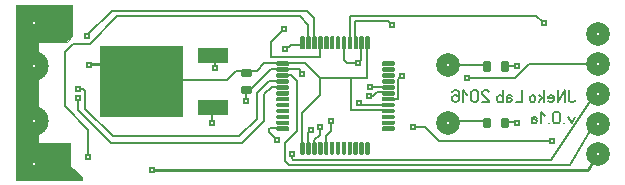
<source format=gbr>
%FSLAX32Y32*%
%MOMM*%
%LNKUPFERSEITE2*%
G71*
G01*
%ADD10C, 2.70*%
%ADD11C, 2.50*%
%ADD12C, 2.00*%
%ADD13C, 0.62*%
%ADD14C, 0.25*%
%ADD15C, 0.00*%
%ADD16C, 0.20*%
%ADD17C, 2.00*%
%ADD18C, 0.17*%
%ADD19C, 0.05*%
%ADD20C, 0.30*%
%LPD*%
X159Y1341D02*
G54D10*
D03*
X159Y151D02*
G54D10*
D03*
X159Y976D02*
G54D11*
D03*
X159Y516D02*
G54D11*
D03*
X4937Y1246D02*
G54D12*
D03*
X4937Y992D02*
G54D12*
D03*
X4937Y738D02*
G54D12*
D03*
X4937Y484D02*
G54D12*
D03*
X532Y786D02*
G54D13*
D03*
X532Y706D02*
G54D13*
D03*
X611Y1230D02*
G54D13*
D03*
X619Y206D02*
G54D13*
D03*
X1159Y94D02*
G54D13*
D03*
G54D14*
X1151Y95D02*
X4850Y95D01*
G54D14*
X4850Y95D02*
X4937Y246D01*
G36*
X2990Y253D02*
X2970Y253D01*
X2970Y303D01*
X2990Y303D01*
X2990Y253D01*
G37*
G36*
X2990Y1153D02*
X2970Y1153D01*
X2970Y1203D01*
X2990Y1203D01*
X2990Y1153D01*
G37*
G36*
X2940Y253D02*
X2920Y253D01*
X2920Y303D01*
X2940Y303D01*
X2940Y253D01*
G37*
G36*
X2940Y1153D02*
X2920Y1153D01*
X2920Y1203D01*
X2940Y1203D01*
X2940Y1153D01*
G37*
G36*
X2890Y253D02*
X2870Y253D01*
X2870Y303D01*
X2890Y303D01*
X2890Y253D01*
G37*
G36*
X2890Y1153D02*
X2870Y1153D01*
X2870Y1203D01*
X2890Y1203D01*
X2890Y1153D01*
G37*
G36*
X2840Y253D02*
X2820Y253D01*
X2820Y303D01*
X2840Y303D01*
X2840Y253D01*
G37*
G36*
X2840Y1153D02*
X2820Y1153D01*
X2820Y1203D01*
X2840Y1203D01*
X2840Y1153D01*
G37*
G36*
X2790Y253D02*
X2770Y253D01*
X2770Y303D01*
X2790Y303D01*
X2790Y253D01*
G37*
G36*
X2790Y1153D02*
X2770Y1153D01*
X2770Y1203D01*
X2790Y1203D01*
X2790Y1153D01*
G37*
G36*
X2740Y253D02*
X2720Y253D01*
X2720Y303D01*
X2740Y303D01*
X2740Y253D01*
G37*
G36*
X2740Y1153D02*
X2720Y1153D01*
X2720Y1203D01*
X2740Y1203D01*
X2740Y1153D01*
G37*
G36*
X2690Y253D02*
X2670Y253D01*
X2670Y303D01*
X2690Y303D01*
X2690Y253D01*
G37*
G36*
X2690Y1153D02*
X2670Y1153D01*
X2670Y1203D01*
X2690Y1203D01*
X2690Y1153D01*
G37*
G36*
X2640Y253D02*
X2620Y253D01*
X2620Y303D01*
X2640Y303D01*
X2640Y253D01*
G37*
G36*
X2640Y1153D02*
X2620Y1153D01*
X2620Y1203D01*
X2640Y1203D01*
X2640Y1153D01*
G37*
G36*
X2590Y253D02*
X2570Y253D01*
X2570Y303D01*
X2590Y303D01*
X2590Y253D01*
G37*
G36*
X2590Y1153D02*
X2570Y1153D01*
X2570Y1203D01*
X2590Y1203D01*
X2590Y1153D01*
G37*
G36*
X2540Y253D02*
X2520Y253D01*
X2520Y303D01*
X2540Y303D01*
X2540Y253D01*
G37*
G36*
X2540Y1153D02*
X2520Y1153D01*
X2520Y1203D01*
X2540Y1203D01*
X2540Y1153D01*
G37*
G36*
X2490Y253D02*
X2470Y253D01*
X2470Y303D01*
X2490Y303D01*
X2490Y253D01*
G37*
G36*
X2490Y1153D02*
X2470Y1153D01*
X2470Y1203D01*
X2490Y1203D01*
X2490Y1153D01*
G37*
G36*
X2440Y253D02*
X2420Y253D01*
X2420Y303D01*
X2440Y303D01*
X2440Y253D01*
G37*
G36*
X2440Y1153D02*
X2420Y1153D01*
X2420Y1203D01*
X2440Y1203D01*
X2440Y1153D01*
G37*
G36*
X3180Y463D02*
X3180Y443D01*
X3130Y443D01*
X3130Y463D01*
X3180Y463D01*
G37*
G36*
X2280Y463D02*
X2280Y443D01*
X2230Y443D01*
X2230Y463D01*
X2280Y463D01*
G37*
G36*
X3180Y513D02*
X3180Y493D01*
X3130Y493D01*
X3130Y513D01*
X3180Y513D01*
G37*
G36*
X2280Y513D02*
X2280Y493D01*
X2230Y493D01*
X2230Y513D01*
X2280Y513D01*
G37*
G36*
X3180Y563D02*
X3180Y543D01*
X3130Y543D01*
X3130Y563D01*
X3180Y563D01*
G37*
G36*
X2280Y563D02*
X2280Y543D01*
X2230Y543D01*
X2230Y563D01*
X2280Y563D01*
G37*
G36*
X3180Y613D02*
X3180Y593D01*
X3130Y593D01*
X3130Y613D01*
X3180Y613D01*
G37*
G36*
X2280Y613D02*
X2280Y593D01*
X2230Y593D01*
X2230Y613D01*
X2280Y613D01*
G37*
G36*
X3180Y663D02*
X3180Y643D01*
X3130Y643D01*
X3130Y663D01*
X3180Y663D01*
G37*
G36*
X2280Y663D02*
X2280Y643D01*
X2230Y643D01*
X2230Y663D01*
X2280Y663D01*
G37*
G36*
X3180Y713D02*
X3180Y693D01*
X3130Y693D01*
X3130Y713D01*
X3180Y713D01*
G37*
G36*
X2280Y713D02*
X2280Y693D01*
X2230Y693D01*
X2230Y713D01*
X2280Y713D01*
G37*
G36*
X3180Y763D02*
X3180Y743D01*
X3130Y743D01*
X3130Y763D01*
X3180Y763D01*
G37*
G36*
X2280Y763D02*
X2280Y743D01*
X2230Y743D01*
X2230Y763D01*
X2280Y763D01*
G37*
G36*
X3180Y813D02*
X3180Y793D01*
X3130Y793D01*
X3130Y813D01*
X3180Y813D01*
G37*
G36*
X2280Y813D02*
X2280Y793D01*
X2230Y793D01*
X2230Y813D01*
X2280Y813D01*
G37*
G36*
X3180Y863D02*
X3180Y843D01*
X3130Y843D01*
X3130Y863D01*
X3180Y863D01*
G37*
G36*
X2280Y863D02*
X2280Y843D01*
X2230Y843D01*
X2230Y863D01*
X2280Y863D01*
G37*
G36*
X3180Y913D02*
X3180Y893D01*
X3130Y893D01*
X3130Y913D01*
X3180Y913D01*
G37*
G36*
X2280Y913D02*
X2280Y893D01*
X2230Y893D01*
X2230Y913D01*
X2280Y913D01*
G37*
G36*
X3180Y963D02*
X3180Y943D01*
X3130Y943D01*
X3130Y963D01*
X3180Y963D01*
G37*
G36*
X2280Y963D02*
X2280Y943D01*
X2230Y943D01*
X2230Y963D01*
X2280Y963D01*
G37*
G36*
X3180Y1013D02*
X3180Y993D01*
X3130Y993D01*
X3130Y1013D01*
X3180Y1013D01*
G37*
G36*
X2280Y1013D02*
X2280Y993D01*
X2230Y993D01*
X2230Y1013D01*
X2280Y1013D01*
G37*
G36*
X2210Y444D02*
X2218Y436D01*
X2306Y436D01*
X2310Y440D01*
X2310Y462D01*
X2306Y466D01*
X2218Y466D01*
X2210Y458D01*
X2210Y444D01*
G37*
G54D15*
X2210Y444D02*
X2218Y436D01*
X2306Y436D01*
X2310Y440D01*
X2310Y462D01*
X2306Y466D01*
X2218Y466D01*
X2210Y458D01*
X2210Y444D01*
G36*
X2210Y494D02*
X2218Y486D01*
X2306Y486D01*
X2310Y490D01*
X2310Y512D01*
X2306Y516D01*
X2218Y516D01*
X2210Y508D01*
X2210Y494D01*
G37*
G54D15*
X2210Y494D02*
X2218Y486D01*
X2306Y486D01*
X2310Y490D01*
X2310Y512D01*
X2306Y516D01*
X2218Y516D01*
X2210Y508D01*
X2210Y494D01*
G36*
X2210Y544D02*
X2218Y536D01*
X2306Y536D01*
X2310Y540D01*
X2310Y562D01*
X2306Y566D01*
X2218Y566D01*
X2210Y558D01*
X2210Y544D01*
G37*
G54D15*
X2210Y544D02*
X2218Y536D01*
X2306Y536D01*
X2310Y540D01*
X2310Y562D01*
X2306Y566D01*
X2218Y566D01*
X2210Y558D01*
X2210Y544D01*
G36*
X2210Y594D02*
X2218Y586D01*
X2306Y586D01*
X2310Y590D01*
X2310Y612D01*
X2306Y616D01*
X2218Y616D01*
X2210Y608D01*
X2210Y594D01*
G37*
G54D15*
X2210Y594D02*
X2218Y586D01*
X2306Y586D01*
X2310Y590D01*
X2310Y612D01*
X2306Y616D01*
X2218Y616D01*
X2210Y608D01*
X2210Y594D01*
G36*
X2210Y644D02*
X2218Y636D01*
X2306Y636D01*
X2310Y640D01*
X2310Y662D01*
X2306Y666D01*
X2218Y666D01*
X2210Y658D01*
X2210Y644D01*
G37*
G54D15*
X2210Y644D02*
X2218Y636D01*
X2306Y636D01*
X2310Y640D01*
X2310Y662D01*
X2306Y666D01*
X2218Y666D01*
X2210Y658D01*
X2210Y644D01*
G36*
X2210Y694D02*
X2218Y686D01*
X2306Y686D01*
X2310Y690D01*
X2310Y712D01*
X2306Y716D01*
X2218Y716D01*
X2210Y708D01*
X2210Y694D01*
G37*
G54D15*
X2210Y694D02*
X2218Y686D01*
X2306Y686D01*
X2310Y690D01*
X2310Y712D01*
X2306Y716D01*
X2218Y716D01*
X2210Y708D01*
X2210Y694D01*
G36*
X2210Y744D02*
X2218Y736D01*
X2306Y736D01*
X2310Y740D01*
X2310Y762D01*
X2306Y766D01*
X2218Y766D01*
X2210Y758D01*
X2210Y744D01*
G37*
G54D15*
X2210Y744D02*
X2218Y736D01*
X2306Y736D01*
X2310Y740D01*
X2310Y762D01*
X2306Y766D01*
X2218Y766D01*
X2210Y758D01*
X2210Y744D01*
G36*
X2210Y794D02*
X2218Y786D01*
X2306Y786D01*
X2310Y790D01*
X2310Y812D01*
X2306Y816D01*
X2218Y816D01*
X2210Y808D01*
X2210Y794D01*
G37*
G54D15*
X2210Y794D02*
X2218Y786D01*
X2306Y786D01*
X2310Y790D01*
X2310Y812D01*
X2306Y816D01*
X2218Y816D01*
X2210Y808D01*
X2210Y794D01*
G36*
X2210Y844D02*
X2218Y836D01*
X2306Y836D01*
X2310Y840D01*
X2310Y862D01*
X2306Y866D01*
X2218Y866D01*
X2210Y858D01*
X2210Y844D01*
G37*
G54D15*
X2210Y844D02*
X2218Y836D01*
X2306Y836D01*
X2310Y840D01*
X2310Y862D01*
X2306Y866D01*
X2218Y866D01*
X2210Y858D01*
X2210Y844D01*
G36*
X2210Y894D02*
X2218Y886D01*
X2306Y886D01*
X2310Y890D01*
X2310Y912D01*
X2306Y916D01*
X2218Y916D01*
X2210Y908D01*
X2210Y894D01*
G37*
G54D15*
X2210Y894D02*
X2218Y886D01*
X2306Y886D01*
X2310Y890D01*
X2310Y912D01*
X2306Y916D01*
X2218Y916D01*
X2210Y908D01*
X2210Y894D01*
G36*
X2210Y944D02*
X2218Y936D01*
X2306Y936D01*
X2310Y940D01*
X2310Y962D01*
X2306Y966D01*
X2218Y966D01*
X2210Y958D01*
X2210Y944D01*
G37*
G54D15*
X2210Y944D02*
X2218Y936D01*
X2306Y936D01*
X2310Y940D01*
X2310Y962D01*
X2306Y966D01*
X2218Y966D01*
X2210Y958D01*
X2210Y944D01*
G36*
X2210Y994D02*
X2218Y986D01*
X2306Y986D01*
X2310Y990D01*
X2310Y1012D01*
X2306Y1016D01*
X2218Y1016D01*
X2210Y1008D01*
X2210Y994D01*
G37*
G54D15*
X2210Y994D02*
X2218Y986D01*
X2306Y986D01*
X2310Y990D01*
X2310Y1012D01*
X2306Y1016D01*
X2218Y1016D01*
X2210Y1008D01*
X2210Y994D01*
G36*
X2425Y1230D02*
X2417Y1222D01*
X2417Y1134D01*
X2421Y1130D01*
X2443Y1130D01*
X2447Y1134D01*
X2447Y1222D01*
X2439Y1230D01*
X2425Y1230D01*
G37*
G54D15*
X2425Y1230D02*
X2417Y1222D01*
X2417Y1134D01*
X2421Y1130D01*
X2443Y1130D01*
X2447Y1134D01*
X2447Y1222D01*
X2439Y1230D01*
X2425Y1230D01*
G36*
X2475Y1230D02*
X2467Y1222D01*
X2467Y1134D01*
X2471Y1130D01*
X2493Y1130D01*
X2497Y1134D01*
X2497Y1222D01*
X2489Y1230D01*
X2475Y1230D01*
G37*
G54D15*
X2475Y1230D02*
X2467Y1222D01*
X2467Y1134D01*
X2471Y1130D01*
X2493Y1130D01*
X2497Y1134D01*
X2497Y1222D01*
X2489Y1230D01*
X2475Y1230D01*
G36*
X2525Y1230D02*
X2517Y1222D01*
X2517Y1134D01*
X2521Y1130D01*
X2543Y1130D01*
X2547Y1134D01*
X2547Y1222D01*
X2539Y1230D01*
X2525Y1230D01*
G37*
G54D15*
X2525Y1230D02*
X2517Y1222D01*
X2517Y1134D01*
X2521Y1130D01*
X2543Y1130D01*
X2547Y1134D01*
X2547Y1222D01*
X2539Y1230D01*
X2525Y1230D01*
G36*
X2575Y1230D02*
X2567Y1222D01*
X2567Y1134D01*
X2571Y1130D01*
X2593Y1130D01*
X2597Y1134D01*
X2597Y1222D01*
X2589Y1230D01*
X2575Y1230D01*
G37*
G54D15*
X2575Y1230D02*
X2567Y1222D01*
X2567Y1134D01*
X2571Y1130D01*
X2593Y1130D01*
X2597Y1134D01*
X2597Y1222D01*
X2589Y1230D01*
X2575Y1230D01*
G36*
X2625Y1230D02*
X2617Y1222D01*
X2617Y1134D01*
X2621Y1130D01*
X2643Y1130D01*
X2647Y1134D01*
X2647Y1222D01*
X2639Y1230D01*
X2625Y1230D01*
G37*
G54D15*
X2625Y1230D02*
X2617Y1222D01*
X2617Y1134D01*
X2621Y1130D01*
X2643Y1130D01*
X2647Y1134D01*
X2647Y1222D01*
X2639Y1230D01*
X2625Y1230D01*
G36*
X2675Y1230D02*
X2667Y1222D01*
X2667Y1134D01*
X2671Y1130D01*
X2693Y1130D01*
X2697Y1134D01*
X2697Y1222D01*
X2689Y1230D01*
X2675Y1230D01*
G37*
G54D15*
X2675Y1230D02*
X2667Y1222D01*
X2667Y1134D01*
X2671Y1130D01*
X2693Y1130D01*
X2697Y1134D01*
X2697Y1222D01*
X2689Y1230D01*
X2675Y1230D01*
G36*
X2725Y1230D02*
X2717Y1222D01*
X2717Y1134D01*
X2721Y1130D01*
X2743Y1130D01*
X2747Y1134D01*
X2747Y1222D01*
X2739Y1230D01*
X2725Y1230D01*
G37*
G54D15*
X2725Y1230D02*
X2717Y1222D01*
X2717Y1134D01*
X2721Y1130D01*
X2743Y1130D01*
X2747Y1134D01*
X2747Y1222D01*
X2739Y1230D01*
X2725Y1230D01*
G36*
X2775Y1230D02*
X2767Y1222D01*
X2767Y1134D01*
X2771Y1130D01*
X2793Y1130D01*
X2797Y1134D01*
X2797Y1222D01*
X2789Y1230D01*
X2775Y1230D01*
G37*
G54D15*
X2775Y1230D02*
X2767Y1222D01*
X2767Y1134D01*
X2771Y1130D01*
X2793Y1130D01*
X2797Y1134D01*
X2797Y1222D01*
X2789Y1230D01*
X2775Y1230D01*
G36*
X2825Y1230D02*
X2817Y1222D01*
X2817Y1134D01*
X2821Y1130D01*
X2843Y1130D01*
X2847Y1134D01*
X2847Y1222D01*
X2839Y1230D01*
X2825Y1230D01*
G37*
G54D15*
X2825Y1230D02*
X2817Y1222D01*
X2817Y1134D01*
X2821Y1130D01*
X2843Y1130D01*
X2847Y1134D01*
X2847Y1222D01*
X2839Y1230D01*
X2825Y1230D01*
G36*
X2875Y1230D02*
X2867Y1222D01*
X2867Y1134D01*
X2871Y1130D01*
X2893Y1130D01*
X2897Y1134D01*
X2897Y1222D01*
X2889Y1230D01*
X2875Y1230D01*
G37*
G54D15*
X2875Y1230D02*
X2867Y1222D01*
X2867Y1134D01*
X2871Y1130D01*
X2893Y1130D01*
X2897Y1134D01*
X2897Y1222D01*
X2889Y1230D01*
X2875Y1230D01*
G36*
X2925Y1230D02*
X2917Y1222D01*
X2917Y1134D01*
X2921Y1130D01*
X2943Y1130D01*
X2947Y1134D01*
X2947Y1222D01*
X2939Y1230D01*
X2925Y1230D01*
G37*
G54D15*
X2925Y1230D02*
X2917Y1222D01*
X2917Y1134D01*
X2921Y1130D01*
X2943Y1130D01*
X2947Y1134D01*
X2947Y1222D01*
X2939Y1230D01*
X2925Y1230D01*
G36*
X2975Y1230D02*
X2967Y1222D01*
X2967Y1134D01*
X2971Y1130D01*
X2993Y1130D01*
X2997Y1134D01*
X2997Y1222D01*
X2989Y1230D01*
X2975Y1230D01*
G37*
G54D15*
X2975Y1230D02*
X2967Y1222D01*
X2967Y1134D01*
X2971Y1130D01*
X2993Y1130D01*
X2997Y1134D01*
X2997Y1222D01*
X2989Y1230D01*
X2975Y1230D01*
G36*
X3210Y1008D02*
X3202Y1016D01*
X3114Y1016D01*
X3110Y1012D01*
X3110Y990D01*
X3114Y986D01*
X3202Y986D01*
X3210Y994D01*
X3210Y1008D01*
G37*
G54D15*
X3210Y1008D02*
X3202Y1016D01*
X3114Y1016D01*
X3110Y1012D01*
X3110Y990D01*
X3114Y986D01*
X3202Y986D01*
X3210Y994D01*
X3210Y1008D01*
G36*
X3210Y958D02*
X3202Y966D01*
X3114Y966D01*
X3110Y962D01*
X3110Y940D01*
X3114Y936D01*
X3202Y936D01*
X3210Y944D01*
X3210Y958D01*
G37*
G54D15*
X3210Y958D02*
X3202Y966D01*
X3114Y966D01*
X3110Y962D01*
X3110Y940D01*
X3114Y936D01*
X3202Y936D01*
X3210Y944D01*
X3210Y958D01*
G36*
X3210Y908D02*
X3202Y916D01*
X3114Y916D01*
X3110Y912D01*
X3110Y890D01*
X3114Y886D01*
X3202Y886D01*
X3210Y894D01*
X3210Y908D01*
G37*
G54D15*
X3210Y908D02*
X3202Y916D01*
X3114Y916D01*
X3110Y912D01*
X3110Y890D01*
X3114Y886D01*
X3202Y886D01*
X3210Y894D01*
X3210Y908D01*
G36*
X3210Y858D02*
X3202Y866D01*
X3114Y866D01*
X3110Y862D01*
X3110Y840D01*
X3114Y836D01*
X3202Y836D01*
X3210Y844D01*
X3210Y858D01*
G37*
G54D15*
X3210Y858D02*
X3202Y866D01*
X3114Y866D01*
X3110Y862D01*
X3110Y840D01*
X3114Y836D01*
X3202Y836D01*
X3210Y844D01*
X3210Y858D01*
G36*
X3210Y808D02*
X3202Y816D01*
X3114Y816D01*
X3110Y812D01*
X3110Y790D01*
X3114Y786D01*
X3202Y786D01*
X3210Y794D01*
X3210Y808D01*
G37*
G54D15*
X3210Y808D02*
X3202Y816D01*
X3114Y816D01*
X3110Y812D01*
X3110Y790D01*
X3114Y786D01*
X3202Y786D01*
X3210Y794D01*
X3210Y808D01*
G36*
X3210Y758D02*
X3202Y766D01*
X3114Y766D01*
X3110Y762D01*
X3110Y740D01*
X3114Y736D01*
X3202Y736D01*
X3210Y744D01*
X3210Y758D01*
G37*
G54D15*
X3210Y758D02*
X3202Y766D01*
X3114Y766D01*
X3110Y762D01*
X3110Y740D01*
X3114Y736D01*
X3202Y736D01*
X3210Y744D01*
X3210Y758D01*
G36*
X3210Y708D02*
X3202Y716D01*
X3114Y716D01*
X3110Y712D01*
X3110Y690D01*
X3114Y686D01*
X3202Y686D01*
X3210Y694D01*
X3210Y708D01*
G37*
G54D15*
X3210Y708D02*
X3202Y716D01*
X3114Y716D01*
X3110Y712D01*
X3110Y690D01*
X3114Y686D01*
X3202Y686D01*
X3210Y694D01*
X3210Y708D01*
G36*
X3210Y658D02*
X3202Y666D01*
X3114Y666D01*
X3110Y662D01*
X3110Y640D01*
X3114Y636D01*
X3202Y636D01*
X3210Y644D01*
X3210Y658D01*
G37*
G54D15*
X3210Y658D02*
X3202Y666D01*
X3114Y666D01*
X3110Y662D01*
X3110Y640D01*
X3114Y636D01*
X3202Y636D01*
X3210Y644D01*
X3210Y658D01*
G36*
X3210Y608D02*
X3202Y616D01*
X3114Y616D01*
X3110Y612D01*
X3110Y590D01*
X3114Y586D01*
X3202Y586D01*
X3210Y594D01*
X3210Y608D01*
G37*
G54D15*
X3210Y608D02*
X3202Y616D01*
X3114Y616D01*
X3110Y612D01*
X3110Y590D01*
X3114Y586D01*
X3202Y586D01*
X3210Y594D01*
X3210Y608D01*
G36*
X3210Y558D02*
X3202Y566D01*
X3114Y566D01*
X3110Y562D01*
X3110Y540D01*
X3114Y536D01*
X3202Y536D01*
X3210Y544D01*
X3210Y558D01*
G37*
G54D15*
X3210Y558D02*
X3202Y566D01*
X3114Y566D01*
X3110Y562D01*
X3110Y540D01*
X3114Y536D01*
X3202Y536D01*
X3210Y544D01*
X3210Y558D01*
G36*
X3210Y508D02*
X3202Y516D01*
X3114Y516D01*
X3110Y512D01*
X3110Y490D01*
X3114Y486D01*
X3202Y486D01*
X3210Y494D01*
X3210Y508D01*
G37*
G54D15*
X3210Y508D02*
X3202Y516D01*
X3114Y516D01*
X3110Y512D01*
X3110Y490D01*
X3114Y486D01*
X3202Y486D01*
X3210Y494D01*
X3210Y508D01*
G36*
X3210Y458D02*
X3202Y466D01*
X3114Y466D01*
X3110Y462D01*
X3110Y440D01*
X3114Y436D01*
X3202Y436D01*
X3210Y444D01*
X3210Y458D01*
G37*
G54D15*
X3210Y458D02*
X3202Y466D01*
X3114Y466D01*
X3110Y462D01*
X3110Y440D01*
X3114Y436D01*
X3202Y436D01*
X3210Y444D01*
X3210Y458D01*
G36*
X2988Y230D02*
X2996Y238D01*
X2996Y326D01*
X2992Y330D01*
X2970Y330D01*
X2966Y326D01*
X2966Y238D01*
X2974Y230D01*
X2988Y230D01*
G37*
G54D15*
X2988Y230D02*
X2996Y238D01*
X2996Y326D01*
X2992Y330D01*
X2970Y330D01*
X2966Y326D01*
X2966Y238D01*
X2974Y230D01*
X2988Y230D01*
G36*
X2938Y230D02*
X2946Y238D01*
X2946Y326D01*
X2942Y330D01*
X2920Y330D01*
X2916Y326D01*
X2916Y238D01*
X2924Y230D01*
X2938Y230D01*
G37*
G54D15*
X2938Y230D02*
X2946Y238D01*
X2946Y326D01*
X2942Y330D01*
X2920Y330D01*
X2916Y326D01*
X2916Y238D01*
X2924Y230D01*
X2938Y230D01*
G36*
X2888Y230D02*
X2896Y238D01*
X2896Y326D01*
X2892Y330D01*
X2870Y330D01*
X2866Y326D01*
X2866Y238D01*
X2874Y230D01*
X2888Y230D01*
G37*
G54D15*
X2888Y230D02*
X2896Y238D01*
X2896Y326D01*
X2892Y330D01*
X2870Y330D01*
X2866Y326D01*
X2866Y238D01*
X2874Y230D01*
X2888Y230D01*
G36*
X2838Y230D02*
X2846Y238D01*
X2846Y326D01*
X2842Y330D01*
X2820Y330D01*
X2816Y326D01*
X2816Y238D01*
X2824Y230D01*
X2838Y230D01*
G37*
G54D15*
X2838Y230D02*
X2846Y238D01*
X2846Y326D01*
X2842Y330D01*
X2820Y330D01*
X2816Y326D01*
X2816Y238D01*
X2824Y230D01*
X2838Y230D01*
G36*
X2788Y230D02*
X2796Y238D01*
X2796Y326D01*
X2792Y330D01*
X2770Y330D01*
X2766Y326D01*
X2766Y238D01*
X2774Y230D01*
X2788Y230D01*
G37*
G54D15*
X2788Y230D02*
X2796Y238D01*
X2796Y326D01*
X2792Y330D01*
X2770Y330D01*
X2766Y326D01*
X2766Y238D01*
X2774Y230D01*
X2788Y230D01*
G36*
X2738Y230D02*
X2746Y238D01*
X2746Y326D01*
X2742Y330D01*
X2720Y330D01*
X2716Y326D01*
X2716Y238D01*
X2724Y230D01*
X2738Y230D01*
G37*
G54D15*
X2738Y230D02*
X2746Y238D01*
X2746Y326D01*
X2742Y330D01*
X2720Y330D01*
X2716Y326D01*
X2716Y238D01*
X2724Y230D01*
X2738Y230D01*
G36*
X2688Y230D02*
X2696Y238D01*
X2696Y326D01*
X2692Y330D01*
X2670Y330D01*
X2666Y326D01*
X2666Y238D01*
X2674Y230D01*
X2688Y230D01*
G37*
G54D15*
X2688Y230D02*
X2696Y238D01*
X2696Y326D01*
X2692Y330D01*
X2670Y330D01*
X2666Y326D01*
X2666Y238D01*
X2674Y230D01*
X2688Y230D01*
G36*
X2638Y230D02*
X2646Y238D01*
X2646Y326D01*
X2642Y330D01*
X2620Y330D01*
X2616Y326D01*
X2616Y238D01*
X2624Y230D01*
X2638Y230D01*
G37*
G54D15*
X2638Y230D02*
X2646Y238D01*
X2646Y326D01*
X2642Y330D01*
X2620Y330D01*
X2616Y326D01*
X2616Y238D01*
X2624Y230D01*
X2638Y230D01*
G36*
X2588Y230D02*
X2596Y238D01*
X2596Y326D01*
X2592Y330D01*
X2570Y330D01*
X2566Y326D01*
X2566Y238D01*
X2574Y230D01*
X2588Y230D01*
G37*
G54D15*
X2588Y230D02*
X2596Y238D01*
X2596Y326D01*
X2592Y330D01*
X2570Y330D01*
X2566Y326D01*
X2566Y238D01*
X2574Y230D01*
X2588Y230D01*
G36*
X2538Y230D02*
X2546Y238D01*
X2546Y326D01*
X2542Y330D01*
X2520Y330D01*
X2516Y326D01*
X2516Y238D01*
X2524Y230D01*
X2538Y230D01*
G37*
G54D15*
X2538Y230D02*
X2546Y238D01*
X2546Y326D01*
X2542Y330D01*
X2520Y330D01*
X2516Y326D01*
X2516Y238D01*
X2524Y230D01*
X2538Y230D01*
G36*
X2488Y230D02*
X2496Y238D01*
X2496Y326D01*
X2492Y330D01*
X2470Y330D01*
X2466Y326D01*
X2466Y238D01*
X2474Y230D01*
X2488Y230D01*
G37*
G54D15*
X2488Y230D02*
X2496Y238D01*
X2496Y326D01*
X2492Y330D01*
X2470Y330D01*
X2466Y326D01*
X2466Y238D01*
X2474Y230D01*
X2488Y230D01*
G36*
X2438Y230D02*
X2446Y238D01*
X2446Y326D01*
X2442Y330D01*
X2420Y330D01*
X2416Y326D01*
X2416Y238D01*
X2424Y230D01*
X2438Y230D01*
G37*
G54D15*
X2438Y230D02*
X2446Y238D01*
X2446Y326D01*
X2442Y330D01*
X2420Y330D01*
X2416Y326D01*
X2416Y238D01*
X2424Y230D01*
X2438Y230D01*
G54D16*
X2980Y1151D02*
X2980Y873D01*
X2583Y873D01*
X2456Y1000D01*
X2290Y1000D01*
G54D16*
X2933Y1151D02*
X2933Y1032D01*
X2909Y1008D01*
G54D16*
X2290Y952D02*
X2401Y952D01*
X2425Y928D01*
X2901Y999D02*
G54D13*
D03*
X2432Y912D02*
G54D13*
D03*
G54D16*
X2583Y873D02*
X2583Y730D01*
X2432Y579D01*
X2432Y278D01*
X2504Y435D02*
G54D13*
D03*
G54D16*
X2480Y286D02*
X2480Y413D01*
X2496Y428D01*
G54D16*
X3147Y603D02*
X2845Y603D01*
X2845Y873D01*
X2917Y666D02*
G54D13*
D03*
G54D16*
X3139Y651D02*
X2933Y651D01*
X2925Y659D01*
G54D16*
X2901Y1000D02*
X2814Y1000D01*
X2782Y1032D01*
X2782Y1167D01*
X3666Y983D02*
G54D17*
D03*
X3666Y499D02*
G54D17*
D03*
X3008Y800D02*
G54D13*
D03*
G54D16*
X3008Y802D02*
X3143Y802D01*
X3000Y721D02*
G54D13*
D03*
G54D16*
X3000Y722D02*
X3032Y722D01*
X3064Y754D01*
X3143Y754D01*
G36*
X4173Y1006D02*
X4163Y1016D01*
X4123Y1016D01*
X4113Y1006D01*
X4113Y946D01*
X4123Y936D01*
X4163Y936D01*
X4173Y946D01*
X4173Y1006D01*
G37*
G54D15*
X4173Y1006D02*
X4163Y1016D01*
X4123Y1016D01*
X4113Y1006D01*
X4113Y946D01*
X4123Y936D01*
X4163Y936D01*
X4173Y946D01*
X4173Y1006D01*
G36*
X4168Y951D02*
X4118Y951D01*
X4118Y1001D01*
X4168Y1001D01*
X4168Y951D01*
G37*
G36*
X4023Y951D02*
X3973Y951D01*
X3973Y1001D01*
X4023Y1001D01*
X4023Y951D01*
G37*
G36*
X4023Y1006D02*
X4013Y1016D01*
X3973Y1016D01*
X3963Y1006D01*
X3963Y946D01*
X3973Y936D01*
X4013Y936D01*
X4023Y946D01*
X4023Y1006D01*
G37*
G54D15*
X4023Y1006D02*
X4013Y1016D01*
X3973Y1016D01*
X3963Y1006D01*
X3963Y946D01*
X3973Y936D01*
X4013Y936D01*
X4023Y946D01*
X4023Y1006D01*
G36*
X4173Y530D02*
X4163Y540D01*
X4123Y540D01*
X4113Y530D01*
X4113Y470D01*
X4123Y460D01*
X4163Y460D01*
X4173Y470D01*
X4173Y530D01*
G37*
G54D15*
X4173Y530D02*
X4163Y540D01*
X4123Y540D01*
X4113Y530D01*
X4113Y470D01*
X4123Y460D01*
X4163Y460D01*
X4173Y470D01*
X4173Y530D01*
G36*
X4168Y475D02*
X4118Y475D01*
X4118Y525D01*
X4168Y525D01*
X4168Y475D01*
G37*
G36*
X4023Y475D02*
X3973Y475D01*
X3973Y525D01*
X4023Y525D01*
X4023Y475D01*
G37*
G36*
X4023Y530D02*
X4013Y540D01*
X3973Y540D01*
X3963Y530D01*
X3963Y470D01*
X3973Y460D01*
X4013Y460D01*
X4023Y470D01*
X4023Y530D01*
G37*
G54D15*
X4023Y530D02*
X4013Y540D01*
X3973Y540D01*
X3963Y530D01*
X3963Y470D01*
X3973Y460D01*
X4013Y460D01*
X4023Y470D01*
X4023Y530D01*
G54D16*
X3683Y508D02*
X3993Y508D01*
G54D16*
X3659Y984D02*
X3993Y984D01*
X4247Y975D02*
G54D13*
D03*
X4247Y499D02*
G54D13*
D03*
G54D16*
X4143Y976D02*
X4247Y976D01*
G54D16*
X4247Y500D02*
X4151Y500D01*
X2222Y348D02*
G54D13*
D03*
G54D16*
X2222Y349D02*
X2151Y420D01*
X2151Y444D01*
X2159Y452D01*
X2230Y452D01*
X2278Y1293D02*
G54D13*
D03*
G54D16*
X611Y1230D02*
X611Y1238D01*
X818Y1444D01*
X2469Y1444D01*
X2532Y1381D01*
X2532Y1198D01*
G54D16*
X619Y206D02*
X619Y436D01*
X421Y635D01*
X421Y1095D01*
X492Y1167D01*
X635Y1167D01*
X865Y1397D01*
X2413Y1397D01*
X2484Y1325D01*
X2484Y1190D01*
X2476Y1182D01*
X2580Y459D02*
G54D13*
D03*
G54D16*
X2532Y294D02*
X2532Y349D01*
X2580Y397D01*
X2580Y460D01*
G54D16*
X2881Y1190D02*
X2881Y1357D01*
X3159Y1357D01*
X3191Y1325D01*
X3191Y1324D02*
G54D13*
D03*
G54D16*
X2834Y1198D02*
X2834Y1405D01*
X4413Y1405D01*
X4469Y1349D01*
X4477Y1340D02*
G54D13*
D03*
X4548Y340D02*
G54D13*
D03*
X3373Y459D02*
G54D13*
D03*
X2675Y515D02*
G54D13*
D03*
G54D16*
X2635Y301D02*
X2635Y389D01*
X2675Y428D01*
X2675Y508D01*
X2667Y516D01*
G54D16*
X3373Y460D02*
X3469Y460D01*
X3588Y341D01*
X4556Y341D01*
X4937Y230D02*
G54D12*
D03*
G54D16*
X3183Y698D02*
X3246Y698D01*
X3246Y865D01*
X3278Y897D01*
X3278Y896D02*
G54D13*
D03*
X3826Y872D02*
G54D13*
D03*
G54D16*
X3826Y873D02*
X4231Y873D01*
X4350Y992D01*
X5009Y992D01*
X5016Y1000D01*
G54D16*
X532Y706D02*
X532Y603D01*
X810Y325D01*
X1921Y325D01*
X2111Y516D01*
X2111Y738D01*
X2175Y802D01*
X2246Y802D01*
G54D16*
X532Y786D02*
X579Y786D01*
X595Y770D01*
X595Y611D01*
X826Y381D01*
X1897Y381D01*
X2048Y532D01*
X2048Y746D01*
X2151Y849D01*
X2254Y849D01*
G54D16*
X2278Y905D02*
X2334Y905D01*
X2389Y849D01*
X2389Y428D01*
X2286Y325D01*
X2286Y182D01*
G54D16*
X2286Y190D02*
X2286Y174D01*
X2318Y143D01*
X4699Y143D01*
X4905Y484D01*
G54D16*
X2429Y1159D02*
X2334Y1159D01*
X2286Y1111D01*
X2286Y1118D02*
G54D13*
D03*
X2342Y229D02*
G54D13*
D03*
G54D16*
X2342Y230D02*
X2342Y198D01*
X2357Y182D01*
X4540Y182D01*
X4890Y714D01*
G54D16*
X2262Y1056D02*
X2580Y1056D01*
X2580Y1159D01*
G54D16*
X2270Y1056D02*
X2167Y1056D01*
X2167Y1182D01*
X2278Y1294D01*
G36*
X1986Y745D02*
X1996Y755D01*
X1996Y795D01*
X1986Y805D01*
X1926Y805D01*
X1916Y795D01*
X1916Y755D01*
X1926Y745D01*
X1986Y745D01*
G37*
G54D15*
X1986Y745D02*
X1996Y755D01*
X1996Y795D01*
X1986Y805D01*
X1926Y805D01*
X1916Y795D01*
X1916Y755D01*
X1926Y745D01*
X1986Y745D01*
G36*
X1931Y749D02*
X1931Y799D01*
X1981Y799D01*
X1981Y749D01*
X1931Y749D01*
G37*
G36*
X1931Y894D02*
X1931Y944D01*
X1981Y944D01*
X1981Y894D01*
X1931Y894D01*
G37*
G36*
X1986Y895D02*
X1996Y905D01*
X1996Y945D01*
X1986Y955D01*
X1926Y955D01*
X1916Y945D01*
X1916Y905D01*
X1926Y895D01*
X1986Y895D01*
G37*
G54D15*
X1986Y895D02*
X1996Y905D01*
X1996Y945D01*
X1986Y955D01*
X1926Y955D01*
X1916Y945D01*
X1916Y905D01*
X1926Y895D01*
X1986Y895D01*
G54D16*
X1961Y936D02*
X2048Y936D01*
X2111Y1000D01*
X2262Y1000D01*
G54D16*
X1961Y778D02*
X1992Y778D01*
X2167Y952D01*
X2246Y952D01*
G36*
X1422Y548D02*
X722Y548D01*
X722Y1148D01*
X1422Y1148D01*
X1422Y548D01*
G37*
G36*
X1802Y1007D02*
X1548Y1007D01*
X1548Y1134D01*
X1802Y1134D01*
X1802Y1007D01*
G37*
G36*
X1802Y562D02*
X1548Y562D01*
X1548Y689D01*
X1802Y689D01*
X1802Y562D01*
G37*
G54D16*
X1341Y857D02*
X1794Y857D01*
X1873Y936D01*
X1968Y936D01*
X1667Y492D02*
G54D13*
D03*
G54D16*
X1667Y492D02*
X1667Y619D01*
X1675Y627D01*
X1953Y682D02*
G54D13*
D03*
X1691Y960D02*
G54D13*
D03*
G54D16*
X1691Y1071D02*
X1691Y976D01*
X1683Y968D01*
G54D16*
X1953Y682D02*
X1953Y786D01*
X627Y984D02*
G54D13*
D03*
G54D14*
X627Y992D02*
X1048Y992D01*
X1056Y984D01*
G54D18*
X4688Y773D02*
X4688Y693D01*
X4695Y681D01*
X4710Y675D01*
X4724Y675D01*
X4739Y681D01*
X4746Y693D01*
G54D18*
X4653Y675D02*
X4653Y773D01*
X4595Y675D01*
X4595Y773D01*
G54D18*
X4516Y681D02*
X4528Y675D01*
X4543Y675D01*
X4557Y681D01*
X4560Y693D01*
X4560Y714D01*
X4553Y726D01*
X4538Y730D01*
X4524Y726D01*
X4516Y718D01*
X4516Y705D01*
X4560Y705D01*
G54D18*
X4482Y675D02*
X4482Y773D01*
G54D18*
X4460Y712D02*
X4438Y675D01*
G54D18*
X4482Y699D02*
X4438Y730D01*
G54D18*
X4360Y690D02*
X4360Y714D01*
X4368Y726D01*
X4382Y730D01*
X4397Y726D01*
X4404Y714D01*
X4404Y690D01*
X4397Y677D01*
X4382Y675D01*
X4368Y677D01*
X4360Y690D01*
G54D18*
X4291Y773D02*
X4291Y675D01*
X4240Y675D01*
G54D18*
X4206Y724D02*
X4192Y730D01*
X4174Y730D01*
X4162Y718D01*
X4162Y675D01*
G54D18*
X4162Y693D02*
X4170Y705D01*
X4184Y708D01*
X4199Y705D01*
X4206Y693D01*
X4203Y681D01*
X4192Y675D01*
X4184Y675D01*
X4181Y675D01*
X4170Y681D01*
X4162Y693D01*
G54D18*
X4128Y675D02*
X4128Y773D01*
G54D18*
X4128Y714D02*
X4121Y726D01*
X4106Y730D01*
X4092Y726D01*
X4084Y714D01*
X4084Y690D01*
X4092Y677D01*
X4106Y675D01*
X4121Y677D01*
X4128Y690D01*
G54D18*
X3957Y675D02*
X4015Y675D01*
X4015Y681D01*
X4008Y693D01*
X3964Y730D01*
X3957Y742D01*
X3957Y754D01*
X3964Y767D01*
X3979Y773D01*
X3993Y773D01*
X4008Y767D01*
X4015Y754D01*
G54D18*
X3864Y754D02*
X3864Y693D01*
X3871Y681D01*
X3886Y675D01*
X3900Y675D01*
X3915Y681D01*
X3922Y693D01*
X3922Y754D01*
X3915Y767D01*
X3900Y773D01*
X3886Y773D01*
X3871Y767D01*
X3864Y754D01*
G54D18*
X3829Y736D02*
X3793Y773D01*
X3793Y675D01*
G54D18*
X3700Y754D02*
X3707Y767D01*
X3722Y773D01*
X3736Y773D01*
X3751Y767D01*
X3758Y754D01*
X3758Y724D01*
X3758Y718D01*
X3736Y730D01*
X3722Y730D01*
X3707Y724D01*
X3700Y712D01*
X3700Y693D01*
X3707Y681D01*
X3722Y675D01*
X3736Y675D01*
X3751Y681D01*
X3758Y693D01*
X3758Y724D01*
G54D18*
X4743Y547D02*
X4714Y492D01*
X4684Y547D01*
G54D18*
X4650Y492D02*
X4650Y492D01*
G54D18*
X4557Y572D02*
X4557Y511D01*
X4565Y498D01*
X4579Y492D01*
X4594Y492D01*
X4609Y498D01*
X4616Y511D01*
X4616Y572D01*
X4609Y584D01*
X4594Y590D01*
X4579Y590D01*
X4565Y584D01*
X4557Y572D01*
G54D18*
X4523Y492D02*
X4523Y492D01*
G54D18*
X4489Y553D02*
X4452Y590D01*
X4452Y492D01*
G54D18*
X4418Y541D02*
X4403Y547D01*
X4386Y547D01*
X4374Y535D01*
X4374Y492D01*
G54D18*
X4374Y511D02*
X4381Y523D01*
X4396Y525D01*
X4411Y523D01*
X4418Y511D01*
X4415Y498D01*
X4403Y492D01*
X4396Y492D01*
X4393Y492D01*
X4381Y498D01*
X4374Y511D01*
G36*
X8Y1492D02*
X484Y1492D01*
X484Y1230D01*
X437Y1182D01*
X198Y1182D01*
X198Y325D01*
X468Y325D01*
X468Y135D01*
X564Y40D01*
X564Y16D01*
X8Y16D01*
X8Y1492D01*
G37*
G54D19*
X8Y1492D02*
X484Y1492D01*
X484Y1230D01*
X437Y1182D01*
X198Y1182D01*
X198Y325D01*
X468Y325D01*
X468Y135D01*
X564Y40D01*
X564Y16D01*
X8Y16D01*
X8Y1492D01*
%LNAUGENFREISTANZEN*%
%LPC*%
X159Y1341D02*
G54D20*
D03*
X159Y151D02*
G54D20*
D03*
X159Y976D02*
G54D20*
D03*
X159Y516D02*
G54D20*
D03*
X4937Y1246D02*
G54D20*
D03*
X4937Y992D02*
G54D20*
D03*
X4937Y738D02*
G54D20*
D03*
X4937Y484D02*
G54D20*
D03*
X532Y786D02*
G54D20*
D03*
X532Y706D02*
G54D20*
D03*
X611Y1230D02*
G54D20*
D03*
X619Y206D02*
G54D20*
D03*
X1159Y94D02*
G54D20*
D03*
X2901Y999D02*
G54D20*
D03*
X2432Y912D02*
G54D20*
D03*
X2504Y435D02*
G54D20*
D03*
X2917Y666D02*
G54D20*
D03*
X3666Y983D02*
G54D20*
D03*
X3666Y499D02*
G54D20*
D03*
X3008Y800D02*
G54D20*
D03*
X3000Y721D02*
G54D20*
D03*
X4247Y975D02*
G54D20*
D03*
X4247Y499D02*
G54D20*
D03*
X2222Y348D02*
G54D20*
D03*
X2278Y1293D02*
G54D20*
D03*
X2580Y459D02*
G54D20*
D03*
X3191Y1324D02*
G54D20*
D03*
X4477Y1340D02*
G54D20*
D03*
X4548Y340D02*
G54D20*
D03*
X3373Y459D02*
G54D20*
D03*
X2675Y515D02*
G54D20*
D03*
X4937Y230D02*
G54D20*
D03*
X3278Y896D02*
G54D20*
D03*
X3826Y872D02*
G54D20*
D03*
X2286Y1118D02*
G54D20*
D03*
X2342Y229D02*
G54D20*
D03*
X1667Y492D02*
G54D20*
D03*
X1953Y682D02*
G54D20*
D03*
X1691Y960D02*
G54D20*
D03*
X627Y984D02*
G54D20*
D03*
M02*

</source>
